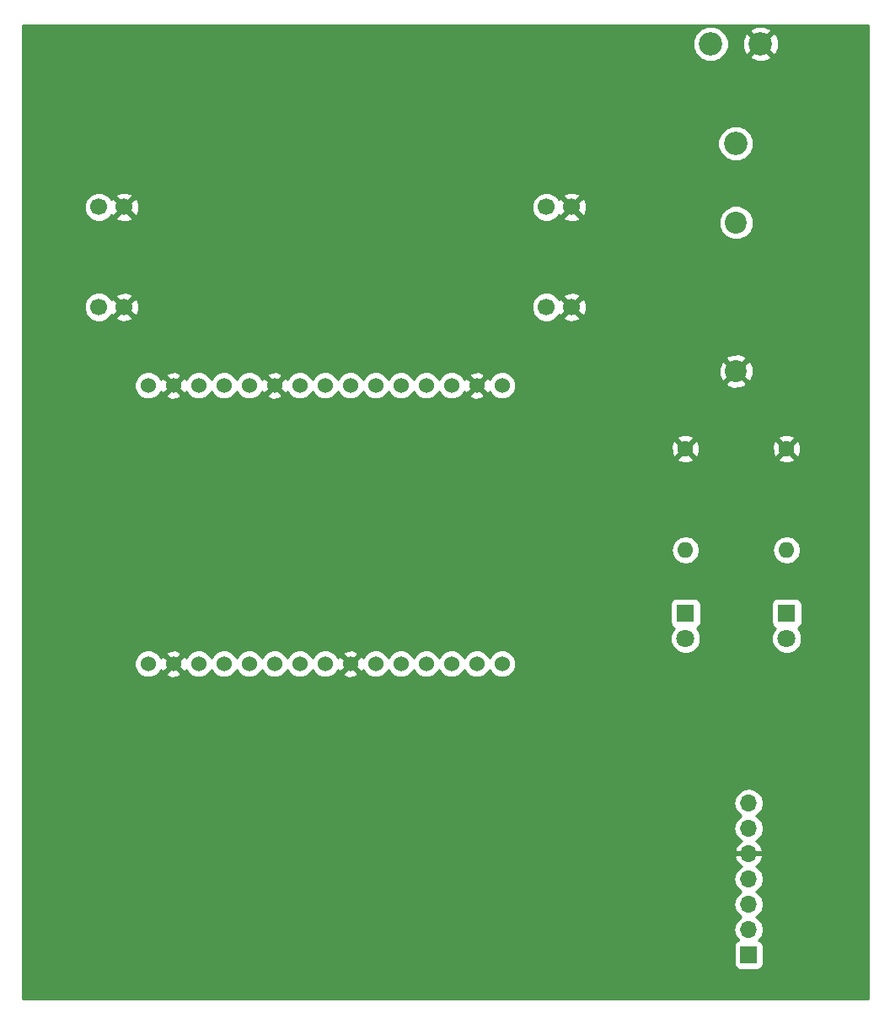
<source format=gbr>
G04 #@! TF.FileFunction,Copper,L2,Bot,Signal*
%FSLAX46Y46*%
G04 Gerber Fmt 4.6, Leading zero omitted, Abs format (unit mm)*
G04 Created by KiCad (PCBNEW 4.0.7-e2-6376~58~ubuntu16.04.1) date Mon Jan 29 12:29:23 2018*
%MOMM*%
%LPD*%
G01*
G04 APERTURE LIST*
%ADD10C,0.100000*%
%ADD11C,2.200000*%
%ADD12R,1.800000X1.800000*%
%ADD13C,1.800000*%
%ADD14R,1.700000X1.700000*%
%ADD15O,1.700000X1.700000*%
%ADD16C,1.600000*%
%ADD17O,1.600000X1.600000*%
%ADD18C,1.524000*%
%ADD19C,1.700000*%
%ADD20C,2.340000*%
%ADD21C,0.254000*%
G04 APERTURE END LIST*
D10*
D11*
X184150000Y-78910000D03*
X184150000Y-93810000D03*
D12*
X179070000Y-118110000D03*
D13*
X179070000Y-120650000D03*
D12*
X189230000Y-118110000D03*
D13*
X189230000Y-120650000D03*
D14*
X185420000Y-152400000D03*
D15*
X185420000Y-149860000D03*
X185420000Y-147320000D03*
X185420000Y-144780000D03*
X185420000Y-142240000D03*
X185420000Y-139700000D03*
X185420000Y-137160000D03*
D16*
X179070000Y-101600000D03*
D17*
X179070000Y-111760000D03*
D16*
X189230000Y-101600000D03*
D17*
X189230000Y-111760000D03*
D18*
X160655000Y-95250000D03*
X158115000Y-95250000D03*
X155575000Y-95250000D03*
X153035000Y-95250000D03*
X150495000Y-95250000D03*
X147955000Y-95250000D03*
X145415000Y-95250000D03*
X142875000Y-95250000D03*
X140335000Y-95250000D03*
X137795000Y-95250000D03*
X135255000Y-95250000D03*
X132715000Y-95250000D03*
X130175000Y-95250000D03*
X127635000Y-95250000D03*
X125095000Y-95250000D03*
X125095000Y-123190000D03*
X127635000Y-123190000D03*
X130175000Y-123190000D03*
X132715000Y-123190000D03*
X135255000Y-123190000D03*
X137795000Y-123190000D03*
X140335000Y-123190000D03*
X142875000Y-123190000D03*
X145415000Y-123190000D03*
X147955000Y-123190000D03*
X150495000Y-123190000D03*
X153035000Y-123190000D03*
X155575000Y-123190000D03*
X158115000Y-123190000D03*
X160655000Y-123190000D03*
D19*
X165100000Y-87376000D03*
X165100000Y-77343000D03*
X167640000Y-77343000D03*
X120142000Y-87376000D03*
X122682000Y-87376000D03*
X167640000Y-87376000D03*
X122682000Y-77343000D03*
X120142000Y-77343000D03*
D20*
X186610000Y-60960000D03*
X184110000Y-70960000D03*
X181610000Y-60960000D03*
D21*
G36*
X197410000Y-156770000D02*
X112470000Y-156770000D01*
X112470000Y-144780000D01*
X183905907Y-144780000D01*
X184018946Y-145348285D01*
X184340853Y-145830054D01*
X184670026Y-146050000D01*
X184340853Y-146269946D01*
X184018946Y-146751715D01*
X183905907Y-147320000D01*
X184018946Y-147888285D01*
X184340853Y-148370054D01*
X184670026Y-148590000D01*
X184340853Y-148809946D01*
X184018946Y-149291715D01*
X183905907Y-149860000D01*
X184018946Y-150428285D01*
X184340853Y-150910054D01*
X184382452Y-150937850D01*
X184334683Y-150946838D01*
X184118559Y-151085910D01*
X183973569Y-151298110D01*
X183922560Y-151550000D01*
X183922560Y-153250000D01*
X183966838Y-153485317D01*
X184105910Y-153701441D01*
X184318110Y-153846431D01*
X184570000Y-153897440D01*
X186270000Y-153897440D01*
X186505317Y-153853162D01*
X186721441Y-153714090D01*
X186866431Y-153501890D01*
X186917440Y-153250000D01*
X186917440Y-151550000D01*
X186873162Y-151314683D01*
X186734090Y-151098559D01*
X186521890Y-150953569D01*
X186454459Y-150939914D01*
X186499147Y-150910054D01*
X186821054Y-150428285D01*
X186934093Y-149860000D01*
X186821054Y-149291715D01*
X186499147Y-148809946D01*
X186169974Y-148590000D01*
X186499147Y-148370054D01*
X186821054Y-147888285D01*
X186934093Y-147320000D01*
X186821054Y-146751715D01*
X186499147Y-146269946D01*
X186169974Y-146050000D01*
X186499147Y-145830054D01*
X186821054Y-145348285D01*
X186934093Y-144780000D01*
X186821054Y-144211715D01*
X186499147Y-143729946D01*
X186158447Y-143502298D01*
X186301358Y-143435183D01*
X186691645Y-143006924D01*
X186861476Y-142596890D01*
X186740155Y-142367000D01*
X185547000Y-142367000D01*
X185547000Y-142387000D01*
X185293000Y-142387000D01*
X185293000Y-142367000D01*
X184099845Y-142367000D01*
X183978524Y-142596890D01*
X184148355Y-143006924D01*
X184538642Y-143435183D01*
X184681553Y-143502298D01*
X184340853Y-143729946D01*
X184018946Y-144211715D01*
X183905907Y-144780000D01*
X112470000Y-144780000D01*
X112470000Y-137160000D01*
X183905907Y-137160000D01*
X184018946Y-137728285D01*
X184340853Y-138210054D01*
X184670026Y-138430000D01*
X184340853Y-138649946D01*
X184018946Y-139131715D01*
X183905907Y-139700000D01*
X184018946Y-140268285D01*
X184340853Y-140750054D01*
X184681553Y-140977702D01*
X184538642Y-141044817D01*
X184148355Y-141473076D01*
X183978524Y-141883110D01*
X184099845Y-142113000D01*
X185293000Y-142113000D01*
X185293000Y-142093000D01*
X185547000Y-142093000D01*
X185547000Y-142113000D01*
X186740155Y-142113000D01*
X186861476Y-141883110D01*
X186691645Y-141473076D01*
X186301358Y-141044817D01*
X186158447Y-140977702D01*
X186499147Y-140750054D01*
X186821054Y-140268285D01*
X186934093Y-139700000D01*
X186821054Y-139131715D01*
X186499147Y-138649946D01*
X186169974Y-138430000D01*
X186499147Y-138210054D01*
X186821054Y-137728285D01*
X186934093Y-137160000D01*
X186821054Y-136591715D01*
X186499147Y-136109946D01*
X186017378Y-135788039D01*
X185449093Y-135675000D01*
X185390907Y-135675000D01*
X184822622Y-135788039D01*
X184340853Y-136109946D01*
X184018946Y-136591715D01*
X183905907Y-137160000D01*
X112470000Y-137160000D01*
X112470000Y-123466661D01*
X123697758Y-123466661D01*
X123909990Y-123980303D01*
X124302630Y-124373629D01*
X124815900Y-124586757D01*
X125371661Y-124587242D01*
X125885303Y-124375010D01*
X126090457Y-124170213D01*
X126834392Y-124170213D01*
X126903857Y-124412397D01*
X127427302Y-124599144D01*
X127982368Y-124571362D01*
X128366143Y-124412397D01*
X128435608Y-124170213D01*
X127635000Y-123369605D01*
X126834392Y-124170213D01*
X126090457Y-124170213D01*
X126278629Y-123982370D01*
X126358395Y-123790273D01*
X126412603Y-123921143D01*
X126654787Y-123990608D01*
X127455395Y-123190000D01*
X127814605Y-123190000D01*
X128615213Y-123990608D01*
X128857397Y-123921143D01*
X128907509Y-123780682D01*
X128989990Y-123980303D01*
X129382630Y-124373629D01*
X129895900Y-124586757D01*
X130451661Y-124587242D01*
X130965303Y-124375010D01*
X131358629Y-123982370D01*
X131444949Y-123774488D01*
X131529990Y-123980303D01*
X131922630Y-124373629D01*
X132435900Y-124586757D01*
X132991661Y-124587242D01*
X133505303Y-124375010D01*
X133898629Y-123982370D01*
X133984949Y-123774488D01*
X134069990Y-123980303D01*
X134462630Y-124373629D01*
X134975900Y-124586757D01*
X135531661Y-124587242D01*
X136045303Y-124375010D01*
X136438629Y-123982370D01*
X136524949Y-123774488D01*
X136609990Y-123980303D01*
X137002630Y-124373629D01*
X137515900Y-124586757D01*
X138071661Y-124587242D01*
X138585303Y-124375010D01*
X138978629Y-123982370D01*
X139064949Y-123774488D01*
X139149990Y-123980303D01*
X139542630Y-124373629D01*
X140055900Y-124586757D01*
X140611661Y-124587242D01*
X141125303Y-124375010D01*
X141518629Y-123982370D01*
X141604949Y-123774488D01*
X141689990Y-123980303D01*
X142082630Y-124373629D01*
X142595900Y-124586757D01*
X143151661Y-124587242D01*
X143665303Y-124375010D01*
X143870457Y-124170213D01*
X144614392Y-124170213D01*
X144683857Y-124412397D01*
X145207302Y-124599144D01*
X145762368Y-124571362D01*
X146146143Y-124412397D01*
X146215608Y-124170213D01*
X145415000Y-123369605D01*
X144614392Y-124170213D01*
X143870457Y-124170213D01*
X144058629Y-123982370D01*
X144138395Y-123790273D01*
X144192603Y-123921143D01*
X144434787Y-123990608D01*
X145235395Y-123190000D01*
X145594605Y-123190000D01*
X146395213Y-123990608D01*
X146637397Y-123921143D01*
X146687509Y-123780682D01*
X146769990Y-123980303D01*
X147162630Y-124373629D01*
X147675900Y-124586757D01*
X148231661Y-124587242D01*
X148745303Y-124375010D01*
X149138629Y-123982370D01*
X149224949Y-123774488D01*
X149309990Y-123980303D01*
X149702630Y-124373629D01*
X150215900Y-124586757D01*
X150771661Y-124587242D01*
X151285303Y-124375010D01*
X151678629Y-123982370D01*
X151764949Y-123774488D01*
X151849990Y-123980303D01*
X152242630Y-124373629D01*
X152755900Y-124586757D01*
X153311661Y-124587242D01*
X153825303Y-124375010D01*
X154218629Y-123982370D01*
X154304949Y-123774488D01*
X154389990Y-123980303D01*
X154782630Y-124373629D01*
X155295900Y-124586757D01*
X155851661Y-124587242D01*
X156365303Y-124375010D01*
X156758629Y-123982370D01*
X156844949Y-123774488D01*
X156929990Y-123980303D01*
X157322630Y-124373629D01*
X157835900Y-124586757D01*
X158391661Y-124587242D01*
X158905303Y-124375010D01*
X159298629Y-123982370D01*
X159384949Y-123774488D01*
X159469990Y-123980303D01*
X159862630Y-124373629D01*
X160375900Y-124586757D01*
X160931661Y-124587242D01*
X161445303Y-124375010D01*
X161838629Y-123982370D01*
X162051757Y-123469100D01*
X162052242Y-122913339D01*
X161840010Y-122399697D01*
X161447370Y-122006371D01*
X160934100Y-121793243D01*
X160378339Y-121792758D01*
X159864697Y-122004990D01*
X159471371Y-122397630D01*
X159385051Y-122605512D01*
X159300010Y-122399697D01*
X158907370Y-122006371D01*
X158394100Y-121793243D01*
X157838339Y-121792758D01*
X157324697Y-122004990D01*
X156931371Y-122397630D01*
X156845051Y-122605512D01*
X156760010Y-122399697D01*
X156367370Y-122006371D01*
X155854100Y-121793243D01*
X155298339Y-121792758D01*
X154784697Y-122004990D01*
X154391371Y-122397630D01*
X154305051Y-122605512D01*
X154220010Y-122399697D01*
X153827370Y-122006371D01*
X153314100Y-121793243D01*
X152758339Y-121792758D01*
X152244697Y-122004990D01*
X151851371Y-122397630D01*
X151765051Y-122605512D01*
X151680010Y-122399697D01*
X151287370Y-122006371D01*
X150774100Y-121793243D01*
X150218339Y-121792758D01*
X149704697Y-122004990D01*
X149311371Y-122397630D01*
X149225051Y-122605512D01*
X149140010Y-122399697D01*
X148747370Y-122006371D01*
X148234100Y-121793243D01*
X147678339Y-121792758D01*
X147164697Y-122004990D01*
X146771371Y-122397630D01*
X146691605Y-122589727D01*
X146637397Y-122458857D01*
X146395213Y-122389392D01*
X145594605Y-123190000D01*
X145235395Y-123190000D01*
X144434787Y-122389392D01*
X144192603Y-122458857D01*
X144142491Y-122599318D01*
X144060010Y-122399697D01*
X143870432Y-122209787D01*
X144614392Y-122209787D01*
X145415000Y-123010395D01*
X146215608Y-122209787D01*
X146146143Y-121967603D01*
X145622698Y-121780856D01*
X145067632Y-121808638D01*
X144683857Y-121967603D01*
X144614392Y-122209787D01*
X143870432Y-122209787D01*
X143667370Y-122006371D01*
X143154100Y-121793243D01*
X142598339Y-121792758D01*
X142084697Y-122004990D01*
X141691371Y-122397630D01*
X141605051Y-122605512D01*
X141520010Y-122399697D01*
X141127370Y-122006371D01*
X140614100Y-121793243D01*
X140058339Y-121792758D01*
X139544697Y-122004990D01*
X139151371Y-122397630D01*
X139065051Y-122605512D01*
X138980010Y-122399697D01*
X138587370Y-122006371D01*
X138074100Y-121793243D01*
X137518339Y-121792758D01*
X137004697Y-122004990D01*
X136611371Y-122397630D01*
X136525051Y-122605512D01*
X136440010Y-122399697D01*
X136047370Y-122006371D01*
X135534100Y-121793243D01*
X134978339Y-121792758D01*
X134464697Y-122004990D01*
X134071371Y-122397630D01*
X133985051Y-122605512D01*
X133900010Y-122399697D01*
X133507370Y-122006371D01*
X132994100Y-121793243D01*
X132438339Y-121792758D01*
X131924697Y-122004990D01*
X131531371Y-122397630D01*
X131445051Y-122605512D01*
X131360010Y-122399697D01*
X130967370Y-122006371D01*
X130454100Y-121793243D01*
X129898339Y-121792758D01*
X129384697Y-122004990D01*
X128991371Y-122397630D01*
X128911605Y-122589727D01*
X128857397Y-122458857D01*
X128615213Y-122389392D01*
X127814605Y-123190000D01*
X127455395Y-123190000D01*
X126654787Y-122389392D01*
X126412603Y-122458857D01*
X126362491Y-122599318D01*
X126280010Y-122399697D01*
X126090432Y-122209787D01*
X126834392Y-122209787D01*
X127635000Y-123010395D01*
X128435608Y-122209787D01*
X128366143Y-121967603D01*
X127842698Y-121780856D01*
X127287632Y-121808638D01*
X126903857Y-121967603D01*
X126834392Y-122209787D01*
X126090432Y-122209787D01*
X125887370Y-122006371D01*
X125374100Y-121793243D01*
X124818339Y-121792758D01*
X124304697Y-122004990D01*
X123911371Y-122397630D01*
X123698243Y-122910900D01*
X123697758Y-123466661D01*
X112470000Y-123466661D01*
X112470000Y-117210000D01*
X177522560Y-117210000D01*
X177522560Y-119010000D01*
X177566838Y-119245317D01*
X177705910Y-119461441D01*
X177918110Y-119606431D01*
X177938534Y-119610567D01*
X177769449Y-119779357D01*
X177535267Y-120343330D01*
X177534735Y-120953991D01*
X177767932Y-121518371D01*
X178199357Y-121950551D01*
X178763330Y-122184733D01*
X179373991Y-122185265D01*
X179938371Y-121952068D01*
X180370551Y-121520643D01*
X180604733Y-120956670D01*
X180605265Y-120346009D01*
X180372068Y-119781629D01*
X180204120Y-119613387D01*
X180205317Y-119613162D01*
X180421441Y-119474090D01*
X180566431Y-119261890D01*
X180617440Y-119010000D01*
X180617440Y-117210000D01*
X187682560Y-117210000D01*
X187682560Y-119010000D01*
X187726838Y-119245317D01*
X187865910Y-119461441D01*
X188078110Y-119606431D01*
X188098534Y-119610567D01*
X187929449Y-119779357D01*
X187695267Y-120343330D01*
X187694735Y-120953991D01*
X187927932Y-121518371D01*
X188359357Y-121950551D01*
X188923330Y-122184733D01*
X189533991Y-122185265D01*
X190098371Y-121952068D01*
X190530551Y-121520643D01*
X190764733Y-120956670D01*
X190765265Y-120346009D01*
X190532068Y-119781629D01*
X190364120Y-119613387D01*
X190365317Y-119613162D01*
X190581441Y-119474090D01*
X190726431Y-119261890D01*
X190777440Y-119010000D01*
X190777440Y-117210000D01*
X190733162Y-116974683D01*
X190594090Y-116758559D01*
X190381890Y-116613569D01*
X190130000Y-116562560D01*
X188330000Y-116562560D01*
X188094683Y-116606838D01*
X187878559Y-116745910D01*
X187733569Y-116958110D01*
X187682560Y-117210000D01*
X180617440Y-117210000D01*
X180573162Y-116974683D01*
X180434090Y-116758559D01*
X180221890Y-116613569D01*
X179970000Y-116562560D01*
X178170000Y-116562560D01*
X177934683Y-116606838D01*
X177718559Y-116745910D01*
X177573569Y-116958110D01*
X177522560Y-117210000D01*
X112470000Y-117210000D01*
X112470000Y-111731887D01*
X177635000Y-111731887D01*
X177635000Y-111788113D01*
X177744233Y-112337264D01*
X178055302Y-112802811D01*
X178520849Y-113113880D01*
X179070000Y-113223113D01*
X179619151Y-113113880D01*
X180084698Y-112802811D01*
X180395767Y-112337264D01*
X180505000Y-111788113D01*
X180505000Y-111731887D01*
X187795000Y-111731887D01*
X187795000Y-111788113D01*
X187904233Y-112337264D01*
X188215302Y-112802811D01*
X188680849Y-113113880D01*
X189230000Y-113223113D01*
X189779151Y-113113880D01*
X190244698Y-112802811D01*
X190555767Y-112337264D01*
X190665000Y-111788113D01*
X190665000Y-111731887D01*
X190555767Y-111182736D01*
X190244698Y-110717189D01*
X189779151Y-110406120D01*
X189230000Y-110296887D01*
X188680849Y-110406120D01*
X188215302Y-110717189D01*
X187904233Y-111182736D01*
X187795000Y-111731887D01*
X180505000Y-111731887D01*
X180395767Y-111182736D01*
X180084698Y-110717189D01*
X179619151Y-110406120D01*
X179070000Y-110296887D01*
X178520849Y-110406120D01*
X178055302Y-110717189D01*
X177744233Y-111182736D01*
X177635000Y-111731887D01*
X112470000Y-111731887D01*
X112470000Y-102607745D01*
X178241861Y-102607745D01*
X178315995Y-102853864D01*
X178853223Y-103046965D01*
X179423454Y-103019778D01*
X179824005Y-102853864D01*
X179898139Y-102607745D01*
X188401861Y-102607745D01*
X188475995Y-102853864D01*
X189013223Y-103046965D01*
X189583454Y-103019778D01*
X189984005Y-102853864D01*
X190058139Y-102607745D01*
X189230000Y-101779605D01*
X188401861Y-102607745D01*
X179898139Y-102607745D01*
X179070000Y-101779605D01*
X178241861Y-102607745D01*
X112470000Y-102607745D01*
X112470000Y-101383223D01*
X177623035Y-101383223D01*
X177650222Y-101953454D01*
X177816136Y-102354005D01*
X178062255Y-102428139D01*
X178890395Y-101600000D01*
X179249605Y-101600000D01*
X180077745Y-102428139D01*
X180323864Y-102354005D01*
X180516965Y-101816777D01*
X180496295Y-101383223D01*
X187783035Y-101383223D01*
X187810222Y-101953454D01*
X187976136Y-102354005D01*
X188222255Y-102428139D01*
X189050395Y-101600000D01*
X189409605Y-101600000D01*
X190237745Y-102428139D01*
X190483864Y-102354005D01*
X190676965Y-101816777D01*
X190649778Y-101246546D01*
X190483864Y-100845995D01*
X190237745Y-100771861D01*
X189409605Y-101600000D01*
X189050395Y-101600000D01*
X188222255Y-100771861D01*
X187976136Y-100845995D01*
X187783035Y-101383223D01*
X180496295Y-101383223D01*
X180489778Y-101246546D01*
X180323864Y-100845995D01*
X180077745Y-100771861D01*
X179249605Y-101600000D01*
X178890395Y-101600000D01*
X178062255Y-100771861D01*
X177816136Y-100845995D01*
X177623035Y-101383223D01*
X112470000Y-101383223D01*
X112470000Y-100592255D01*
X178241861Y-100592255D01*
X179070000Y-101420395D01*
X179898139Y-100592255D01*
X188401861Y-100592255D01*
X189230000Y-101420395D01*
X190058139Y-100592255D01*
X189984005Y-100346136D01*
X189446777Y-100153035D01*
X188876546Y-100180222D01*
X188475995Y-100346136D01*
X188401861Y-100592255D01*
X179898139Y-100592255D01*
X179824005Y-100346136D01*
X179286777Y-100153035D01*
X178716546Y-100180222D01*
X178315995Y-100346136D01*
X178241861Y-100592255D01*
X112470000Y-100592255D01*
X112470000Y-95526661D01*
X123697758Y-95526661D01*
X123909990Y-96040303D01*
X124302630Y-96433629D01*
X124815900Y-96646757D01*
X125371661Y-96647242D01*
X125885303Y-96435010D01*
X126090457Y-96230213D01*
X126834392Y-96230213D01*
X126903857Y-96472397D01*
X127427302Y-96659144D01*
X127982368Y-96631362D01*
X128366143Y-96472397D01*
X128435608Y-96230213D01*
X127635000Y-95429605D01*
X126834392Y-96230213D01*
X126090457Y-96230213D01*
X126278629Y-96042370D01*
X126358395Y-95850273D01*
X126412603Y-95981143D01*
X126654787Y-96050608D01*
X127455395Y-95250000D01*
X127814605Y-95250000D01*
X128615213Y-96050608D01*
X128857397Y-95981143D01*
X128907509Y-95840682D01*
X128989990Y-96040303D01*
X129382630Y-96433629D01*
X129895900Y-96646757D01*
X130451661Y-96647242D01*
X130965303Y-96435010D01*
X131358629Y-96042370D01*
X131444949Y-95834488D01*
X131529990Y-96040303D01*
X131922630Y-96433629D01*
X132435900Y-96646757D01*
X132991661Y-96647242D01*
X133505303Y-96435010D01*
X133898629Y-96042370D01*
X133984949Y-95834488D01*
X134069990Y-96040303D01*
X134462630Y-96433629D01*
X134975900Y-96646757D01*
X135531661Y-96647242D01*
X136045303Y-96435010D01*
X136250457Y-96230213D01*
X136994392Y-96230213D01*
X137063857Y-96472397D01*
X137587302Y-96659144D01*
X138142368Y-96631362D01*
X138526143Y-96472397D01*
X138595608Y-96230213D01*
X137795000Y-95429605D01*
X136994392Y-96230213D01*
X136250457Y-96230213D01*
X136438629Y-96042370D01*
X136518395Y-95850273D01*
X136572603Y-95981143D01*
X136814787Y-96050608D01*
X137615395Y-95250000D01*
X137974605Y-95250000D01*
X138775213Y-96050608D01*
X139017397Y-95981143D01*
X139067509Y-95840682D01*
X139149990Y-96040303D01*
X139542630Y-96433629D01*
X140055900Y-96646757D01*
X140611661Y-96647242D01*
X141125303Y-96435010D01*
X141518629Y-96042370D01*
X141604949Y-95834488D01*
X141689990Y-96040303D01*
X142082630Y-96433629D01*
X142595900Y-96646757D01*
X143151661Y-96647242D01*
X143665303Y-96435010D01*
X144058629Y-96042370D01*
X144144949Y-95834488D01*
X144229990Y-96040303D01*
X144622630Y-96433629D01*
X145135900Y-96646757D01*
X145691661Y-96647242D01*
X146205303Y-96435010D01*
X146598629Y-96042370D01*
X146684949Y-95834488D01*
X146769990Y-96040303D01*
X147162630Y-96433629D01*
X147675900Y-96646757D01*
X148231661Y-96647242D01*
X148745303Y-96435010D01*
X149138629Y-96042370D01*
X149224949Y-95834488D01*
X149309990Y-96040303D01*
X149702630Y-96433629D01*
X150215900Y-96646757D01*
X150771661Y-96647242D01*
X151285303Y-96435010D01*
X151678629Y-96042370D01*
X151764949Y-95834488D01*
X151849990Y-96040303D01*
X152242630Y-96433629D01*
X152755900Y-96646757D01*
X153311661Y-96647242D01*
X153825303Y-96435010D01*
X154218629Y-96042370D01*
X154304949Y-95834488D01*
X154389990Y-96040303D01*
X154782630Y-96433629D01*
X155295900Y-96646757D01*
X155851661Y-96647242D01*
X156365303Y-96435010D01*
X156570457Y-96230213D01*
X157314392Y-96230213D01*
X157383857Y-96472397D01*
X157907302Y-96659144D01*
X158462368Y-96631362D01*
X158846143Y-96472397D01*
X158915608Y-96230213D01*
X158115000Y-95429605D01*
X157314392Y-96230213D01*
X156570457Y-96230213D01*
X156758629Y-96042370D01*
X156838395Y-95850273D01*
X156892603Y-95981143D01*
X157134787Y-96050608D01*
X157935395Y-95250000D01*
X158294605Y-95250000D01*
X159095213Y-96050608D01*
X159337397Y-95981143D01*
X159387509Y-95840682D01*
X159469990Y-96040303D01*
X159862630Y-96433629D01*
X160375900Y-96646757D01*
X160931661Y-96647242D01*
X161445303Y-96435010D01*
X161838629Y-96042370D01*
X162051757Y-95529100D01*
X162052188Y-95034868D01*
X183104737Y-95034868D01*
X183215641Y-95312099D01*
X183861593Y-95555323D01*
X184551453Y-95532836D01*
X185084359Y-95312099D01*
X185195263Y-95034868D01*
X184150000Y-93989605D01*
X183104737Y-95034868D01*
X162052188Y-95034868D01*
X162052242Y-94973339D01*
X161840010Y-94459697D01*
X161447370Y-94066371D01*
X160934100Y-93853243D01*
X160378339Y-93852758D01*
X159864697Y-94064990D01*
X159471371Y-94457630D01*
X159391605Y-94649727D01*
X159337397Y-94518857D01*
X159095213Y-94449392D01*
X158294605Y-95250000D01*
X157935395Y-95250000D01*
X157134787Y-94449392D01*
X156892603Y-94518857D01*
X156842491Y-94659318D01*
X156760010Y-94459697D01*
X156570432Y-94269787D01*
X157314392Y-94269787D01*
X158115000Y-95070395D01*
X158915608Y-94269787D01*
X158846143Y-94027603D01*
X158322698Y-93840856D01*
X157767632Y-93868638D01*
X157383857Y-94027603D01*
X157314392Y-94269787D01*
X156570432Y-94269787D01*
X156367370Y-94066371D01*
X155854100Y-93853243D01*
X155298339Y-93852758D01*
X154784697Y-94064990D01*
X154391371Y-94457630D01*
X154305051Y-94665512D01*
X154220010Y-94459697D01*
X153827370Y-94066371D01*
X153314100Y-93853243D01*
X152758339Y-93852758D01*
X152244697Y-94064990D01*
X151851371Y-94457630D01*
X151765051Y-94665512D01*
X151680010Y-94459697D01*
X151287370Y-94066371D01*
X150774100Y-93853243D01*
X150218339Y-93852758D01*
X149704697Y-94064990D01*
X149311371Y-94457630D01*
X149225051Y-94665512D01*
X149140010Y-94459697D01*
X148747370Y-94066371D01*
X148234100Y-93853243D01*
X147678339Y-93852758D01*
X147164697Y-94064990D01*
X146771371Y-94457630D01*
X146685051Y-94665512D01*
X146600010Y-94459697D01*
X146207370Y-94066371D01*
X145694100Y-93853243D01*
X145138339Y-93852758D01*
X144624697Y-94064990D01*
X144231371Y-94457630D01*
X144145051Y-94665512D01*
X144060010Y-94459697D01*
X143667370Y-94066371D01*
X143154100Y-93853243D01*
X142598339Y-93852758D01*
X142084697Y-94064990D01*
X141691371Y-94457630D01*
X141605051Y-94665512D01*
X141520010Y-94459697D01*
X141127370Y-94066371D01*
X140614100Y-93853243D01*
X140058339Y-93852758D01*
X139544697Y-94064990D01*
X139151371Y-94457630D01*
X139071605Y-94649727D01*
X139017397Y-94518857D01*
X138775213Y-94449392D01*
X137974605Y-95250000D01*
X137615395Y-95250000D01*
X136814787Y-94449392D01*
X136572603Y-94518857D01*
X136522491Y-94659318D01*
X136440010Y-94459697D01*
X136250432Y-94269787D01*
X136994392Y-94269787D01*
X137795000Y-95070395D01*
X138595608Y-94269787D01*
X138526143Y-94027603D01*
X138002698Y-93840856D01*
X137447632Y-93868638D01*
X137063857Y-94027603D01*
X136994392Y-94269787D01*
X136250432Y-94269787D01*
X136047370Y-94066371D01*
X135534100Y-93853243D01*
X134978339Y-93852758D01*
X134464697Y-94064990D01*
X134071371Y-94457630D01*
X133985051Y-94665512D01*
X133900010Y-94459697D01*
X133507370Y-94066371D01*
X132994100Y-93853243D01*
X132438339Y-93852758D01*
X131924697Y-94064990D01*
X131531371Y-94457630D01*
X131445051Y-94665512D01*
X131360010Y-94459697D01*
X130967370Y-94066371D01*
X130454100Y-93853243D01*
X129898339Y-93852758D01*
X129384697Y-94064990D01*
X128991371Y-94457630D01*
X128911605Y-94649727D01*
X128857397Y-94518857D01*
X128615213Y-94449392D01*
X127814605Y-95250000D01*
X127455395Y-95250000D01*
X126654787Y-94449392D01*
X126412603Y-94518857D01*
X126362491Y-94659318D01*
X126280010Y-94459697D01*
X126090432Y-94269787D01*
X126834392Y-94269787D01*
X127635000Y-95070395D01*
X128435608Y-94269787D01*
X128366143Y-94027603D01*
X127842698Y-93840856D01*
X127287632Y-93868638D01*
X126903857Y-94027603D01*
X126834392Y-94269787D01*
X126090432Y-94269787D01*
X125887370Y-94066371D01*
X125374100Y-93853243D01*
X124818339Y-93852758D01*
X124304697Y-94064990D01*
X123911371Y-94457630D01*
X123698243Y-94970900D01*
X123697758Y-95526661D01*
X112470000Y-95526661D01*
X112470000Y-93521593D01*
X182404677Y-93521593D01*
X182427164Y-94211453D01*
X182647901Y-94744359D01*
X182925132Y-94855263D01*
X183970395Y-93810000D01*
X184329605Y-93810000D01*
X185374868Y-94855263D01*
X185652099Y-94744359D01*
X185895323Y-94098407D01*
X185872836Y-93408547D01*
X185652099Y-92875641D01*
X185374868Y-92764737D01*
X184329605Y-93810000D01*
X183970395Y-93810000D01*
X182925132Y-92764737D01*
X182647901Y-92875641D01*
X182404677Y-93521593D01*
X112470000Y-93521593D01*
X112470000Y-92585132D01*
X183104737Y-92585132D01*
X184150000Y-93630395D01*
X185195263Y-92585132D01*
X185084359Y-92307901D01*
X184438407Y-92064677D01*
X183748547Y-92087164D01*
X183215641Y-92307901D01*
X183104737Y-92585132D01*
X112470000Y-92585132D01*
X112470000Y-87670089D01*
X118656743Y-87670089D01*
X118882344Y-88216086D01*
X119299717Y-88634188D01*
X119845319Y-88860742D01*
X120436089Y-88861257D01*
X120982086Y-88635656D01*
X121198160Y-88419958D01*
X121817647Y-88419958D01*
X121897920Y-88671259D01*
X122453279Y-88872718D01*
X123043458Y-88846315D01*
X123466080Y-88671259D01*
X123546353Y-88419958D01*
X122682000Y-87555605D01*
X121817647Y-88419958D01*
X121198160Y-88419958D01*
X121400188Y-88218283D01*
X121419951Y-88170688D01*
X121638042Y-88240353D01*
X122502395Y-87376000D01*
X122861605Y-87376000D01*
X123725958Y-88240353D01*
X123977259Y-88160080D01*
X124155005Y-87670089D01*
X163614743Y-87670089D01*
X163840344Y-88216086D01*
X164257717Y-88634188D01*
X164803319Y-88860742D01*
X165394089Y-88861257D01*
X165940086Y-88635656D01*
X166156160Y-88419958D01*
X166775647Y-88419958D01*
X166855920Y-88671259D01*
X167411279Y-88872718D01*
X168001458Y-88846315D01*
X168424080Y-88671259D01*
X168504353Y-88419958D01*
X167640000Y-87555605D01*
X166775647Y-88419958D01*
X166156160Y-88419958D01*
X166358188Y-88218283D01*
X166377951Y-88170688D01*
X166596042Y-88240353D01*
X167460395Y-87376000D01*
X167819605Y-87376000D01*
X168683958Y-88240353D01*
X168935259Y-88160080D01*
X169136718Y-87604721D01*
X169110315Y-87014542D01*
X168935259Y-86591920D01*
X168683958Y-86511647D01*
X167819605Y-87376000D01*
X167460395Y-87376000D01*
X166596042Y-86511647D01*
X166378360Y-86581181D01*
X166359656Y-86535914D01*
X166156140Y-86332042D01*
X166775647Y-86332042D01*
X167640000Y-87196395D01*
X168504353Y-86332042D01*
X168424080Y-86080741D01*
X167868721Y-85879282D01*
X167278542Y-85905685D01*
X166855920Y-86080741D01*
X166775647Y-86332042D01*
X166156140Y-86332042D01*
X165942283Y-86117812D01*
X165396681Y-85891258D01*
X164805911Y-85890743D01*
X164259914Y-86116344D01*
X163841812Y-86533717D01*
X163615258Y-87079319D01*
X163614743Y-87670089D01*
X124155005Y-87670089D01*
X124178718Y-87604721D01*
X124152315Y-87014542D01*
X123977259Y-86591920D01*
X123725958Y-86511647D01*
X122861605Y-87376000D01*
X122502395Y-87376000D01*
X121638042Y-86511647D01*
X121420360Y-86581181D01*
X121401656Y-86535914D01*
X121198140Y-86332042D01*
X121817647Y-86332042D01*
X122682000Y-87196395D01*
X123546353Y-86332042D01*
X123466080Y-86080741D01*
X122910721Y-85879282D01*
X122320542Y-85905685D01*
X121897920Y-86080741D01*
X121817647Y-86332042D01*
X121198140Y-86332042D01*
X120984283Y-86117812D01*
X120438681Y-85891258D01*
X119847911Y-85890743D01*
X119301914Y-86116344D01*
X118883812Y-86533717D01*
X118657258Y-87079319D01*
X118656743Y-87670089D01*
X112470000Y-87670089D01*
X112470000Y-79253599D01*
X182414699Y-79253599D01*
X182678281Y-79891515D01*
X183165918Y-80380004D01*
X183803373Y-80644699D01*
X184493599Y-80645301D01*
X185131515Y-80381719D01*
X185620004Y-79894082D01*
X185884699Y-79256627D01*
X185885301Y-78566401D01*
X185621719Y-77928485D01*
X185134082Y-77439996D01*
X184496627Y-77175301D01*
X183806401Y-77174699D01*
X183168485Y-77438281D01*
X182679996Y-77925918D01*
X182415301Y-78563373D01*
X182414699Y-79253599D01*
X112470000Y-79253599D01*
X112470000Y-77637089D01*
X118656743Y-77637089D01*
X118882344Y-78183086D01*
X119299717Y-78601188D01*
X119845319Y-78827742D01*
X120436089Y-78828257D01*
X120982086Y-78602656D01*
X121198160Y-78386958D01*
X121817647Y-78386958D01*
X121897920Y-78638259D01*
X122453279Y-78839718D01*
X123043458Y-78813315D01*
X123466080Y-78638259D01*
X123546353Y-78386958D01*
X122682000Y-77522605D01*
X121817647Y-78386958D01*
X121198160Y-78386958D01*
X121400188Y-78185283D01*
X121419951Y-78137688D01*
X121638042Y-78207353D01*
X122502395Y-77343000D01*
X122861605Y-77343000D01*
X123725958Y-78207353D01*
X123977259Y-78127080D01*
X124155005Y-77637089D01*
X163614743Y-77637089D01*
X163840344Y-78183086D01*
X164257717Y-78601188D01*
X164803319Y-78827742D01*
X165394089Y-78828257D01*
X165940086Y-78602656D01*
X166156160Y-78386958D01*
X166775647Y-78386958D01*
X166855920Y-78638259D01*
X167411279Y-78839718D01*
X168001458Y-78813315D01*
X168424080Y-78638259D01*
X168504353Y-78386958D01*
X167640000Y-77522605D01*
X166775647Y-78386958D01*
X166156160Y-78386958D01*
X166358188Y-78185283D01*
X166377951Y-78137688D01*
X166596042Y-78207353D01*
X167460395Y-77343000D01*
X167819605Y-77343000D01*
X168683958Y-78207353D01*
X168935259Y-78127080D01*
X169136718Y-77571721D01*
X169110315Y-76981542D01*
X168935259Y-76558920D01*
X168683958Y-76478647D01*
X167819605Y-77343000D01*
X167460395Y-77343000D01*
X166596042Y-76478647D01*
X166378360Y-76548181D01*
X166359656Y-76502914D01*
X166156140Y-76299042D01*
X166775647Y-76299042D01*
X167640000Y-77163395D01*
X168504353Y-76299042D01*
X168424080Y-76047741D01*
X167868721Y-75846282D01*
X167278542Y-75872685D01*
X166855920Y-76047741D01*
X166775647Y-76299042D01*
X166156140Y-76299042D01*
X165942283Y-76084812D01*
X165396681Y-75858258D01*
X164805911Y-75857743D01*
X164259914Y-76083344D01*
X163841812Y-76500717D01*
X163615258Y-77046319D01*
X163614743Y-77637089D01*
X124155005Y-77637089D01*
X124178718Y-77571721D01*
X124152315Y-76981542D01*
X123977259Y-76558920D01*
X123725958Y-76478647D01*
X122861605Y-77343000D01*
X122502395Y-77343000D01*
X121638042Y-76478647D01*
X121420360Y-76548181D01*
X121401656Y-76502914D01*
X121198140Y-76299042D01*
X121817647Y-76299042D01*
X122682000Y-77163395D01*
X123546353Y-76299042D01*
X123466080Y-76047741D01*
X122910721Y-75846282D01*
X122320542Y-75872685D01*
X121897920Y-76047741D01*
X121817647Y-76299042D01*
X121198140Y-76299042D01*
X120984283Y-76084812D01*
X120438681Y-75858258D01*
X119847911Y-75857743D01*
X119301914Y-76083344D01*
X118883812Y-76500717D01*
X118657258Y-77046319D01*
X118656743Y-77637089D01*
X112470000Y-77637089D01*
X112470000Y-71317462D01*
X182304687Y-71317462D01*
X182578903Y-71981115D01*
X183086215Y-72489312D01*
X183749388Y-72764686D01*
X184467462Y-72765313D01*
X185131115Y-72491097D01*
X185639312Y-71983785D01*
X185914686Y-71320612D01*
X185915313Y-70602538D01*
X185641097Y-69938885D01*
X185133785Y-69430688D01*
X184470612Y-69155314D01*
X183752538Y-69154687D01*
X183088885Y-69428903D01*
X182580688Y-69936215D01*
X182305314Y-70599388D01*
X182304687Y-71317462D01*
X112470000Y-71317462D01*
X112470000Y-61317462D01*
X179804687Y-61317462D01*
X180078903Y-61981115D01*
X180586215Y-62489312D01*
X181249388Y-62764686D01*
X181967462Y-62765313D01*
X182631115Y-62491097D01*
X182887171Y-62235486D01*
X185514120Y-62235486D01*
X185633586Y-62519984D01*
X186304890Y-62774894D01*
X187022646Y-62753504D01*
X187586414Y-62519984D01*
X187705880Y-62235486D01*
X186610000Y-61139605D01*
X185514120Y-62235486D01*
X182887171Y-62235486D01*
X183139312Y-61983785D01*
X183414686Y-61320612D01*
X183415267Y-60654890D01*
X184795106Y-60654890D01*
X184816496Y-61372646D01*
X185050016Y-61936414D01*
X185334514Y-62055880D01*
X186430395Y-60960000D01*
X186789605Y-60960000D01*
X187885486Y-62055880D01*
X188169984Y-61936414D01*
X188424894Y-61265110D01*
X188403504Y-60547354D01*
X188169984Y-59983586D01*
X187885486Y-59864120D01*
X186789605Y-60960000D01*
X186430395Y-60960000D01*
X185334514Y-59864120D01*
X185050016Y-59983586D01*
X184795106Y-60654890D01*
X183415267Y-60654890D01*
X183415313Y-60602538D01*
X183141097Y-59938885D01*
X182887169Y-59684514D01*
X185514120Y-59684514D01*
X186610000Y-60780395D01*
X187705880Y-59684514D01*
X187586414Y-59400016D01*
X186915110Y-59145106D01*
X186197354Y-59166496D01*
X185633586Y-59400016D01*
X185514120Y-59684514D01*
X182887169Y-59684514D01*
X182633785Y-59430688D01*
X181970612Y-59155314D01*
X181252538Y-59154687D01*
X180588885Y-59428903D01*
X180080688Y-59936215D01*
X179805314Y-60599388D01*
X179804687Y-61317462D01*
X112470000Y-61317462D01*
X112470000Y-59130000D01*
X197410000Y-59130000D01*
X197410000Y-156770000D01*
X197410000Y-156770000D01*
G37*
X197410000Y-156770000D02*
X112470000Y-156770000D01*
X112470000Y-144780000D01*
X183905907Y-144780000D01*
X184018946Y-145348285D01*
X184340853Y-145830054D01*
X184670026Y-146050000D01*
X184340853Y-146269946D01*
X184018946Y-146751715D01*
X183905907Y-147320000D01*
X184018946Y-147888285D01*
X184340853Y-148370054D01*
X184670026Y-148590000D01*
X184340853Y-148809946D01*
X184018946Y-149291715D01*
X183905907Y-149860000D01*
X184018946Y-150428285D01*
X184340853Y-150910054D01*
X184382452Y-150937850D01*
X184334683Y-150946838D01*
X184118559Y-151085910D01*
X183973569Y-151298110D01*
X183922560Y-151550000D01*
X183922560Y-153250000D01*
X183966838Y-153485317D01*
X184105910Y-153701441D01*
X184318110Y-153846431D01*
X184570000Y-153897440D01*
X186270000Y-153897440D01*
X186505317Y-153853162D01*
X186721441Y-153714090D01*
X186866431Y-153501890D01*
X186917440Y-153250000D01*
X186917440Y-151550000D01*
X186873162Y-151314683D01*
X186734090Y-151098559D01*
X186521890Y-150953569D01*
X186454459Y-150939914D01*
X186499147Y-150910054D01*
X186821054Y-150428285D01*
X186934093Y-149860000D01*
X186821054Y-149291715D01*
X186499147Y-148809946D01*
X186169974Y-148590000D01*
X186499147Y-148370054D01*
X186821054Y-147888285D01*
X186934093Y-147320000D01*
X186821054Y-146751715D01*
X186499147Y-146269946D01*
X186169974Y-146050000D01*
X186499147Y-145830054D01*
X186821054Y-145348285D01*
X186934093Y-144780000D01*
X186821054Y-144211715D01*
X186499147Y-143729946D01*
X186158447Y-143502298D01*
X186301358Y-143435183D01*
X186691645Y-143006924D01*
X186861476Y-142596890D01*
X186740155Y-142367000D01*
X185547000Y-142367000D01*
X185547000Y-142387000D01*
X185293000Y-142387000D01*
X185293000Y-142367000D01*
X184099845Y-142367000D01*
X183978524Y-142596890D01*
X184148355Y-143006924D01*
X184538642Y-143435183D01*
X184681553Y-143502298D01*
X184340853Y-143729946D01*
X184018946Y-144211715D01*
X183905907Y-144780000D01*
X112470000Y-144780000D01*
X112470000Y-137160000D01*
X183905907Y-137160000D01*
X184018946Y-137728285D01*
X184340853Y-138210054D01*
X184670026Y-138430000D01*
X184340853Y-138649946D01*
X184018946Y-139131715D01*
X183905907Y-139700000D01*
X184018946Y-140268285D01*
X184340853Y-140750054D01*
X184681553Y-140977702D01*
X184538642Y-141044817D01*
X184148355Y-141473076D01*
X183978524Y-141883110D01*
X184099845Y-142113000D01*
X185293000Y-142113000D01*
X185293000Y-142093000D01*
X185547000Y-142093000D01*
X185547000Y-142113000D01*
X186740155Y-142113000D01*
X186861476Y-141883110D01*
X186691645Y-141473076D01*
X186301358Y-141044817D01*
X186158447Y-140977702D01*
X186499147Y-140750054D01*
X186821054Y-140268285D01*
X186934093Y-139700000D01*
X186821054Y-139131715D01*
X186499147Y-138649946D01*
X186169974Y-138430000D01*
X186499147Y-138210054D01*
X186821054Y-137728285D01*
X186934093Y-137160000D01*
X186821054Y-136591715D01*
X186499147Y-136109946D01*
X186017378Y-135788039D01*
X185449093Y-135675000D01*
X185390907Y-135675000D01*
X184822622Y-135788039D01*
X184340853Y-136109946D01*
X184018946Y-136591715D01*
X183905907Y-137160000D01*
X112470000Y-137160000D01*
X112470000Y-123466661D01*
X123697758Y-123466661D01*
X123909990Y-123980303D01*
X124302630Y-124373629D01*
X124815900Y-124586757D01*
X125371661Y-124587242D01*
X125885303Y-124375010D01*
X126090457Y-124170213D01*
X126834392Y-124170213D01*
X126903857Y-124412397D01*
X127427302Y-124599144D01*
X127982368Y-124571362D01*
X128366143Y-124412397D01*
X128435608Y-124170213D01*
X127635000Y-123369605D01*
X126834392Y-124170213D01*
X126090457Y-124170213D01*
X126278629Y-123982370D01*
X126358395Y-123790273D01*
X126412603Y-123921143D01*
X126654787Y-123990608D01*
X127455395Y-123190000D01*
X127814605Y-123190000D01*
X128615213Y-123990608D01*
X128857397Y-123921143D01*
X128907509Y-123780682D01*
X128989990Y-123980303D01*
X129382630Y-124373629D01*
X129895900Y-124586757D01*
X130451661Y-124587242D01*
X130965303Y-124375010D01*
X131358629Y-123982370D01*
X131444949Y-123774488D01*
X131529990Y-123980303D01*
X131922630Y-124373629D01*
X132435900Y-124586757D01*
X132991661Y-124587242D01*
X133505303Y-124375010D01*
X133898629Y-123982370D01*
X133984949Y-123774488D01*
X134069990Y-123980303D01*
X134462630Y-124373629D01*
X134975900Y-124586757D01*
X135531661Y-124587242D01*
X136045303Y-124375010D01*
X136438629Y-123982370D01*
X136524949Y-123774488D01*
X136609990Y-123980303D01*
X137002630Y-124373629D01*
X137515900Y-124586757D01*
X138071661Y-124587242D01*
X138585303Y-124375010D01*
X138978629Y-123982370D01*
X139064949Y-123774488D01*
X139149990Y-123980303D01*
X139542630Y-124373629D01*
X140055900Y-124586757D01*
X140611661Y-124587242D01*
X141125303Y-124375010D01*
X141518629Y-123982370D01*
X141604949Y-123774488D01*
X141689990Y-123980303D01*
X142082630Y-124373629D01*
X142595900Y-124586757D01*
X143151661Y-124587242D01*
X143665303Y-124375010D01*
X143870457Y-124170213D01*
X144614392Y-124170213D01*
X144683857Y-124412397D01*
X145207302Y-124599144D01*
X145762368Y-124571362D01*
X146146143Y-124412397D01*
X146215608Y-124170213D01*
X145415000Y-123369605D01*
X144614392Y-124170213D01*
X143870457Y-124170213D01*
X144058629Y-123982370D01*
X144138395Y-123790273D01*
X144192603Y-123921143D01*
X144434787Y-123990608D01*
X145235395Y-123190000D01*
X145594605Y-123190000D01*
X146395213Y-123990608D01*
X146637397Y-123921143D01*
X146687509Y-123780682D01*
X146769990Y-123980303D01*
X147162630Y-124373629D01*
X147675900Y-124586757D01*
X148231661Y-124587242D01*
X148745303Y-124375010D01*
X149138629Y-123982370D01*
X149224949Y-123774488D01*
X149309990Y-123980303D01*
X149702630Y-124373629D01*
X150215900Y-124586757D01*
X150771661Y-124587242D01*
X151285303Y-124375010D01*
X151678629Y-123982370D01*
X151764949Y-123774488D01*
X151849990Y-123980303D01*
X152242630Y-124373629D01*
X152755900Y-124586757D01*
X153311661Y-124587242D01*
X153825303Y-124375010D01*
X154218629Y-123982370D01*
X154304949Y-123774488D01*
X154389990Y-123980303D01*
X154782630Y-124373629D01*
X155295900Y-124586757D01*
X155851661Y-124587242D01*
X156365303Y-124375010D01*
X156758629Y-123982370D01*
X156844949Y-123774488D01*
X156929990Y-123980303D01*
X157322630Y-124373629D01*
X157835900Y-124586757D01*
X158391661Y-124587242D01*
X158905303Y-124375010D01*
X159298629Y-123982370D01*
X159384949Y-123774488D01*
X159469990Y-123980303D01*
X159862630Y-124373629D01*
X160375900Y-124586757D01*
X160931661Y-124587242D01*
X161445303Y-124375010D01*
X161838629Y-123982370D01*
X162051757Y-123469100D01*
X162052242Y-122913339D01*
X161840010Y-122399697D01*
X161447370Y-122006371D01*
X160934100Y-121793243D01*
X160378339Y-121792758D01*
X159864697Y-122004990D01*
X159471371Y-122397630D01*
X159385051Y-122605512D01*
X159300010Y-122399697D01*
X158907370Y-122006371D01*
X158394100Y-121793243D01*
X157838339Y-121792758D01*
X157324697Y-122004990D01*
X156931371Y-122397630D01*
X156845051Y-122605512D01*
X156760010Y-122399697D01*
X156367370Y-122006371D01*
X155854100Y-121793243D01*
X155298339Y-121792758D01*
X154784697Y-122004990D01*
X154391371Y-122397630D01*
X154305051Y-122605512D01*
X154220010Y-122399697D01*
X153827370Y-122006371D01*
X153314100Y-121793243D01*
X152758339Y-121792758D01*
X152244697Y-122004990D01*
X151851371Y-122397630D01*
X151765051Y-122605512D01*
X151680010Y-122399697D01*
X151287370Y-122006371D01*
X150774100Y-121793243D01*
X150218339Y-121792758D01*
X149704697Y-122004990D01*
X149311371Y-122397630D01*
X149225051Y-122605512D01*
X149140010Y-122399697D01*
X148747370Y-122006371D01*
X148234100Y-121793243D01*
X147678339Y-121792758D01*
X147164697Y-122004990D01*
X146771371Y-122397630D01*
X146691605Y-122589727D01*
X146637397Y-122458857D01*
X146395213Y-122389392D01*
X145594605Y-123190000D01*
X145235395Y-123190000D01*
X144434787Y-122389392D01*
X144192603Y-122458857D01*
X144142491Y-122599318D01*
X144060010Y-122399697D01*
X143870432Y-122209787D01*
X144614392Y-122209787D01*
X145415000Y-123010395D01*
X146215608Y-122209787D01*
X146146143Y-121967603D01*
X145622698Y-121780856D01*
X145067632Y-121808638D01*
X144683857Y-121967603D01*
X144614392Y-122209787D01*
X143870432Y-122209787D01*
X143667370Y-122006371D01*
X143154100Y-121793243D01*
X142598339Y-121792758D01*
X142084697Y-122004990D01*
X141691371Y-122397630D01*
X141605051Y-122605512D01*
X141520010Y-122399697D01*
X141127370Y-122006371D01*
X140614100Y-121793243D01*
X140058339Y-121792758D01*
X139544697Y-122004990D01*
X139151371Y-122397630D01*
X139065051Y-122605512D01*
X138980010Y-122399697D01*
X138587370Y-122006371D01*
X138074100Y-121793243D01*
X137518339Y-121792758D01*
X137004697Y-122004990D01*
X136611371Y-122397630D01*
X136525051Y-122605512D01*
X136440010Y-122399697D01*
X136047370Y-122006371D01*
X135534100Y-121793243D01*
X134978339Y-121792758D01*
X134464697Y-122004990D01*
X134071371Y-122397630D01*
X133985051Y-122605512D01*
X133900010Y-122399697D01*
X133507370Y-122006371D01*
X132994100Y-121793243D01*
X132438339Y-121792758D01*
X131924697Y-122004990D01*
X131531371Y-122397630D01*
X131445051Y-122605512D01*
X131360010Y-122399697D01*
X130967370Y-122006371D01*
X130454100Y-121793243D01*
X129898339Y-121792758D01*
X129384697Y-122004990D01*
X128991371Y-122397630D01*
X128911605Y-122589727D01*
X128857397Y-122458857D01*
X128615213Y-122389392D01*
X127814605Y-123190000D01*
X127455395Y-123190000D01*
X126654787Y-122389392D01*
X126412603Y-122458857D01*
X126362491Y-122599318D01*
X126280010Y-122399697D01*
X126090432Y-122209787D01*
X126834392Y-122209787D01*
X127635000Y-123010395D01*
X128435608Y-122209787D01*
X128366143Y-121967603D01*
X127842698Y-121780856D01*
X127287632Y-121808638D01*
X126903857Y-121967603D01*
X126834392Y-122209787D01*
X126090432Y-122209787D01*
X125887370Y-122006371D01*
X125374100Y-121793243D01*
X124818339Y-121792758D01*
X124304697Y-122004990D01*
X123911371Y-122397630D01*
X123698243Y-122910900D01*
X123697758Y-123466661D01*
X112470000Y-123466661D01*
X112470000Y-117210000D01*
X177522560Y-117210000D01*
X177522560Y-119010000D01*
X177566838Y-119245317D01*
X177705910Y-119461441D01*
X177918110Y-119606431D01*
X177938534Y-119610567D01*
X177769449Y-119779357D01*
X177535267Y-120343330D01*
X177534735Y-120953991D01*
X177767932Y-121518371D01*
X178199357Y-121950551D01*
X178763330Y-122184733D01*
X179373991Y-122185265D01*
X179938371Y-121952068D01*
X180370551Y-121520643D01*
X180604733Y-120956670D01*
X180605265Y-120346009D01*
X180372068Y-119781629D01*
X180204120Y-119613387D01*
X180205317Y-119613162D01*
X180421441Y-119474090D01*
X180566431Y-119261890D01*
X180617440Y-119010000D01*
X180617440Y-117210000D01*
X187682560Y-117210000D01*
X187682560Y-119010000D01*
X187726838Y-119245317D01*
X187865910Y-119461441D01*
X188078110Y-119606431D01*
X188098534Y-119610567D01*
X187929449Y-119779357D01*
X187695267Y-120343330D01*
X187694735Y-120953991D01*
X187927932Y-121518371D01*
X188359357Y-121950551D01*
X188923330Y-122184733D01*
X189533991Y-122185265D01*
X190098371Y-121952068D01*
X190530551Y-121520643D01*
X190764733Y-120956670D01*
X190765265Y-120346009D01*
X190532068Y-119781629D01*
X190364120Y-119613387D01*
X190365317Y-119613162D01*
X190581441Y-119474090D01*
X190726431Y-119261890D01*
X190777440Y-119010000D01*
X190777440Y-117210000D01*
X190733162Y-116974683D01*
X190594090Y-116758559D01*
X190381890Y-116613569D01*
X190130000Y-116562560D01*
X188330000Y-116562560D01*
X188094683Y-116606838D01*
X187878559Y-116745910D01*
X187733569Y-116958110D01*
X187682560Y-117210000D01*
X180617440Y-117210000D01*
X180573162Y-116974683D01*
X180434090Y-116758559D01*
X180221890Y-116613569D01*
X179970000Y-116562560D01*
X178170000Y-116562560D01*
X177934683Y-116606838D01*
X177718559Y-116745910D01*
X177573569Y-116958110D01*
X177522560Y-117210000D01*
X112470000Y-117210000D01*
X112470000Y-111731887D01*
X177635000Y-111731887D01*
X177635000Y-111788113D01*
X177744233Y-112337264D01*
X178055302Y-112802811D01*
X178520849Y-113113880D01*
X179070000Y-113223113D01*
X179619151Y-113113880D01*
X180084698Y-112802811D01*
X180395767Y-112337264D01*
X180505000Y-111788113D01*
X180505000Y-111731887D01*
X187795000Y-111731887D01*
X187795000Y-111788113D01*
X187904233Y-112337264D01*
X188215302Y-112802811D01*
X188680849Y-113113880D01*
X189230000Y-113223113D01*
X189779151Y-113113880D01*
X190244698Y-112802811D01*
X190555767Y-112337264D01*
X190665000Y-111788113D01*
X190665000Y-111731887D01*
X190555767Y-111182736D01*
X190244698Y-110717189D01*
X189779151Y-110406120D01*
X189230000Y-110296887D01*
X188680849Y-110406120D01*
X188215302Y-110717189D01*
X187904233Y-111182736D01*
X187795000Y-111731887D01*
X180505000Y-111731887D01*
X180395767Y-111182736D01*
X180084698Y-110717189D01*
X179619151Y-110406120D01*
X179070000Y-110296887D01*
X178520849Y-110406120D01*
X178055302Y-110717189D01*
X177744233Y-111182736D01*
X177635000Y-111731887D01*
X112470000Y-111731887D01*
X112470000Y-102607745D01*
X178241861Y-102607745D01*
X178315995Y-102853864D01*
X178853223Y-103046965D01*
X179423454Y-103019778D01*
X179824005Y-102853864D01*
X179898139Y-102607745D01*
X188401861Y-102607745D01*
X188475995Y-102853864D01*
X189013223Y-103046965D01*
X189583454Y-103019778D01*
X189984005Y-102853864D01*
X190058139Y-102607745D01*
X189230000Y-101779605D01*
X188401861Y-102607745D01*
X179898139Y-102607745D01*
X179070000Y-101779605D01*
X178241861Y-102607745D01*
X112470000Y-102607745D01*
X112470000Y-101383223D01*
X177623035Y-101383223D01*
X177650222Y-101953454D01*
X177816136Y-102354005D01*
X178062255Y-102428139D01*
X178890395Y-101600000D01*
X179249605Y-101600000D01*
X180077745Y-102428139D01*
X180323864Y-102354005D01*
X180516965Y-101816777D01*
X180496295Y-101383223D01*
X187783035Y-101383223D01*
X187810222Y-101953454D01*
X187976136Y-102354005D01*
X188222255Y-102428139D01*
X189050395Y-101600000D01*
X189409605Y-101600000D01*
X190237745Y-102428139D01*
X190483864Y-102354005D01*
X190676965Y-101816777D01*
X190649778Y-101246546D01*
X190483864Y-100845995D01*
X190237745Y-100771861D01*
X189409605Y-101600000D01*
X189050395Y-101600000D01*
X188222255Y-100771861D01*
X187976136Y-100845995D01*
X187783035Y-101383223D01*
X180496295Y-101383223D01*
X180489778Y-101246546D01*
X180323864Y-100845995D01*
X180077745Y-100771861D01*
X179249605Y-101600000D01*
X178890395Y-101600000D01*
X178062255Y-100771861D01*
X177816136Y-100845995D01*
X177623035Y-101383223D01*
X112470000Y-101383223D01*
X112470000Y-100592255D01*
X178241861Y-100592255D01*
X179070000Y-101420395D01*
X179898139Y-100592255D01*
X188401861Y-100592255D01*
X189230000Y-101420395D01*
X190058139Y-100592255D01*
X189984005Y-100346136D01*
X189446777Y-100153035D01*
X188876546Y-100180222D01*
X188475995Y-100346136D01*
X188401861Y-100592255D01*
X179898139Y-100592255D01*
X179824005Y-100346136D01*
X179286777Y-100153035D01*
X178716546Y-100180222D01*
X178315995Y-100346136D01*
X178241861Y-100592255D01*
X112470000Y-100592255D01*
X112470000Y-95526661D01*
X123697758Y-95526661D01*
X123909990Y-96040303D01*
X124302630Y-96433629D01*
X124815900Y-96646757D01*
X125371661Y-96647242D01*
X125885303Y-96435010D01*
X126090457Y-96230213D01*
X126834392Y-96230213D01*
X126903857Y-96472397D01*
X127427302Y-96659144D01*
X127982368Y-96631362D01*
X128366143Y-96472397D01*
X128435608Y-96230213D01*
X127635000Y-95429605D01*
X126834392Y-96230213D01*
X126090457Y-96230213D01*
X126278629Y-96042370D01*
X126358395Y-95850273D01*
X126412603Y-95981143D01*
X126654787Y-96050608D01*
X127455395Y-95250000D01*
X127814605Y-95250000D01*
X128615213Y-96050608D01*
X128857397Y-95981143D01*
X128907509Y-95840682D01*
X128989990Y-96040303D01*
X129382630Y-96433629D01*
X129895900Y-96646757D01*
X130451661Y-96647242D01*
X130965303Y-96435010D01*
X131358629Y-96042370D01*
X131444949Y-95834488D01*
X131529990Y-96040303D01*
X131922630Y-96433629D01*
X132435900Y-96646757D01*
X132991661Y-96647242D01*
X133505303Y-96435010D01*
X133898629Y-96042370D01*
X133984949Y-95834488D01*
X134069990Y-96040303D01*
X134462630Y-96433629D01*
X134975900Y-96646757D01*
X135531661Y-96647242D01*
X136045303Y-96435010D01*
X136250457Y-96230213D01*
X136994392Y-96230213D01*
X137063857Y-96472397D01*
X137587302Y-96659144D01*
X138142368Y-96631362D01*
X138526143Y-96472397D01*
X138595608Y-96230213D01*
X137795000Y-95429605D01*
X136994392Y-96230213D01*
X136250457Y-96230213D01*
X136438629Y-96042370D01*
X136518395Y-95850273D01*
X136572603Y-95981143D01*
X136814787Y-96050608D01*
X137615395Y-95250000D01*
X137974605Y-95250000D01*
X138775213Y-96050608D01*
X139017397Y-95981143D01*
X139067509Y-95840682D01*
X139149990Y-96040303D01*
X139542630Y-96433629D01*
X140055900Y-96646757D01*
X140611661Y-96647242D01*
X141125303Y-96435010D01*
X141518629Y-96042370D01*
X141604949Y-95834488D01*
X141689990Y-96040303D01*
X142082630Y-96433629D01*
X142595900Y-96646757D01*
X143151661Y-96647242D01*
X143665303Y-96435010D01*
X144058629Y-96042370D01*
X144144949Y-95834488D01*
X144229990Y-96040303D01*
X144622630Y-96433629D01*
X145135900Y-96646757D01*
X145691661Y-96647242D01*
X146205303Y-96435010D01*
X146598629Y-96042370D01*
X146684949Y-95834488D01*
X146769990Y-96040303D01*
X147162630Y-96433629D01*
X147675900Y-96646757D01*
X148231661Y-96647242D01*
X148745303Y-96435010D01*
X149138629Y-96042370D01*
X149224949Y-95834488D01*
X149309990Y-96040303D01*
X149702630Y-96433629D01*
X150215900Y-96646757D01*
X150771661Y-96647242D01*
X151285303Y-96435010D01*
X151678629Y-96042370D01*
X151764949Y-95834488D01*
X151849990Y-96040303D01*
X152242630Y-96433629D01*
X152755900Y-96646757D01*
X153311661Y-96647242D01*
X153825303Y-96435010D01*
X154218629Y-96042370D01*
X154304949Y-95834488D01*
X154389990Y-96040303D01*
X154782630Y-96433629D01*
X155295900Y-96646757D01*
X155851661Y-96647242D01*
X156365303Y-96435010D01*
X156570457Y-96230213D01*
X157314392Y-96230213D01*
X157383857Y-96472397D01*
X157907302Y-96659144D01*
X158462368Y-96631362D01*
X158846143Y-96472397D01*
X158915608Y-96230213D01*
X158115000Y-95429605D01*
X157314392Y-96230213D01*
X156570457Y-96230213D01*
X156758629Y-96042370D01*
X156838395Y-95850273D01*
X156892603Y-95981143D01*
X157134787Y-96050608D01*
X157935395Y-95250000D01*
X158294605Y-95250000D01*
X159095213Y-96050608D01*
X159337397Y-95981143D01*
X159387509Y-95840682D01*
X159469990Y-96040303D01*
X159862630Y-96433629D01*
X160375900Y-96646757D01*
X160931661Y-96647242D01*
X161445303Y-96435010D01*
X161838629Y-96042370D01*
X162051757Y-95529100D01*
X162052188Y-95034868D01*
X183104737Y-95034868D01*
X183215641Y-95312099D01*
X183861593Y-95555323D01*
X184551453Y-95532836D01*
X185084359Y-95312099D01*
X185195263Y-95034868D01*
X184150000Y-93989605D01*
X183104737Y-95034868D01*
X162052188Y-95034868D01*
X162052242Y-94973339D01*
X161840010Y-94459697D01*
X161447370Y-94066371D01*
X160934100Y-93853243D01*
X160378339Y-93852758D01*
X159864697Y-94064990D01*
X159471371Y-94457630D01*
X159391605Y-94649727D01*
X159337397Y-94518857D01*
X159095213Y-94449392D01*
X158294605Y-95250000D01*
X157935395Y-95250000D01*
X157134787Y-94449392D01*
X156892603Y-94518857D01*
X156842491Y-94659318D01*
X156760010Y-94459697D01*
X156570432Y-94269787D01*
X157314392Y-94269787D01*
X158115000Y-95070395D01*
X158915608Y-94269787D01*
X158846143Y-94027603D01*
X158322698Y-93840856D01*
X157767632Y-93868638D01*
X157383857Y-94027603D01*
X157314392Y-94269787D01*
X156570432Y-94269787D01*
X156367370Y-94066371D01*
X155854100Y-93853243D01*
X155298339Y-93852758D01*
X154784697Y-94064990D01*
X154391371Y-94457630D01*
X154305051Y-94665512D01*
X154220010Y-94459697D01*
X153827370Y-94066371D01*
X153314100Y-93853243D01*
X152758339Y-93852758D01*
X152244697Y-94064990D01*
X151851371Y-94457630D01*
X151765051Y-94665512D01*
X151680010Y-94459697D01*
X151287370Y-94066371D01*
X150774100Y-93853243D01*
X150218339Y-93852758D01*
X149704697Y-94064990D01*
X149311371Y-94457630D01*
X149225051Y-94665512D01*
X149140010Y-94459697D01*
X148747370Y-94066371D01*
X148234100Y-93853243D01*
X147678339Y-93852758D01*
X147164697Y-94064990D01*
X146771371Y-94457630D01*
X146685051Y-94665512D01*
X146600010Y-94459697D01*
X146207370Y-94066371D01*
X145694100Y-93853243D01*
X145138339Y-93852758D01*
X144624697Y-94064990D01*
X144231371Y-94457630D01*
X144145051Y-94665512D01*
X144060010Y-94459697D01*
X143667370Y-94066371D01*
X143154100Y-93853243D01*
X142598339Y-93852758D01*
X142084697Y-94064990D01*
X141691371Y-94457630D01*
X141605051Y-94665512D01*
X141520010Y-94459697D01*
X141127370Y-94066371D01*
X140614100Y-93853243D01*
X140058339Y-93852758D01*
X139544697Y-94064990D01*
X139151371Y-94457630D01*
X139071605Y-94649727D01*
X139017397Y-94518857D01*
X138775213Y-94449392D01*
X137974605Y-95250000D01*
X137615395Y-95250000D01*
X136814787Y-94449392D01*
X136572603Y-94518857D01*
X136522491Y-94659318D01*
X136440010Y-94459697D01*
X136250432Y-94269787D01*
X136994392Y-94269787D01*
X137795000Y-95070395D01*
X138595608Y-94269787D01*
X138526143Y-94027603D01*
X138002698Y-93840856D01*
X137447632Y-93868638D01*
X137063857Y-94027603D01*
X136994392Y-94269787D01*
X136250432Y-94269787D01*
X136047370Y-94066371D01*
X135534100Y-93853243D01*
X134978339Y-93852758D01*
X134464697Y-94064990D01*
X134071371Y-94457630D01*
X133985051Y-94665512D01*
X133900010Y-94459697D01*
X133507370Y-94066371D01*
X132994100Y-93853243D01*
X132438339Y-93852758D01*
X131924697Y-94064990D01*
X131531371Y-94457630D01*
X131445051Y-94665512D01*
X131360010Y-94459697D01*
X130967370Y-94066371D01*
X130454100Y-93853243D01*
X129898339Y-93852758D01*
X129384697Y-94064990D01*
X128991371Y-94457630D01*
X128911605Y-94649727D01*
X128857397Y-94518857D01*
X128615213Y-94449392D01*
X127814605Y-95250000D01*
X127455395Y-95250000D01*
X126654787Y-94449392D01*
X126412603Y-94518857D01*
X126362491Y-94659318D01*
X126280010Y-94459697D01*
X126090432Y-94269787D01*
X126834392Y-94269787D01*
X127635000Y-95070395D01*
X128435608Y-94269787D01*
X128366143Y-94027603D01*
X127842698Y-93840856D01*
X127287632Y-93868638D01*
X126903857Y-94027603D01*
X126834392Y-94269787D01*
X126090432Y-94269787D01*
X125887370Y-94066371D01*
X125374100Y-93853243D01*
X124818339Y-93852758D01*
X124304697Y-94064990D01*
X123911371Y-94457630D01*
X123698243Y-94970900D01*
X123697758Y-95526661D01*
X112470000Y-95526661D01*
X112470000Y-93521593D01*
X182404677Y-93521593D01*
X182427164Y-94211453D01*
X182647901Y-94744359D01*
X182925132Y-94855263D01*
X183970395Y-93810000D01*
X184329605Y-93810000D01*
X185374868Y-94855263D01*
X185652099Y-94744359D01*
X185895323Y-94098407D01*
X185872836Y-93408547D01*
X185652099Y-92875641D01*
X185374868Y-92764737D01*
X184329605Y-93810000D01*
X183970395Y-93810000D01*
X182925132Y-92764737D01*
X182647901Y-92875641D01*
X182404677Y-93521593D01*
X112470000Y-93521593D01*
X112470000Y-92585132D01*
X183104737Y-92585132D01*
X184150000Y-93630395D01*
X185195263Y-92585132D01*
X185084359Y-92307901D01*
X184438407Y-92064677D01*
X183748547Y-92087164D01*
X183215641Y-92307901D01*
X183104737Y-92585132D01*
X112470000Y-92585132D01*
X112470000Y-87670089D01*
X118656743Y-87670089D01*
X118882344Y-88216086D01*
X119299717Y-88634188D01*
X119845319Y-88860742D01*
X120436089Y-88861257D01*
X120982086Y-88635656D01*
X121198160Y-88419958D01*
X121817647Y-88419958D01*
X121897920Y-88671259D01*
X122453279Y-88872718D01*
X123043458Y-88846315D01*
X123466080Y-88671259D01*
X123546353Y-88419958D01*
X122682000Y-87555605D01*
X121817647Y-88419958D01*
X121198160Y-88419958D01*
X121400188Y-88218283D01*
X121419951Y-88170688D01*
X121638042Y-88240353D01*
X122502395Y-87376000D01*
X122861605Y-87376000D01*
X123725958Y-88240353D01*
X123977259Y-88160080D01*
X124155005Y-87670089D01*
X163614743Y-87670089D01*
X163840344Y-88216086D01*
X164257717Y-88634188D01*
X164803319Y-88860742D01*
X165394089Y-88861257D01*
X165940086Y-88635656D01*
X166156160Y-88419958D01*
X166775647Y-88419958D01*
X166855920Y-88671259D01*
X167411279Y-88872718D01*
X168001458Y-88846315D01*
X168424080Y-88671259D01*
X168504353Y-88419958D01*
X167640000Y-87555605D01*
X166775647Y-88419958D01*
X166156160Y-88419958D01*
X166358188Y-88218283D01*
X166377951Y-88170688D01*
X166596042Y-88240353D01*
X167460395Y-87376000D01*
X167819605Y-87376000D01*
X168683958Y-88240353D01*
X168935259Y-88160080D01*
X169136718Y-87604721D01*
X169110315Y-87014542D01*
X168935259Y-86591920D01*
X168683958Y-86511647D01*
X167819605Y-87376000D01*
X167460395Y-87376000D01*
X166596042Y-86511647D01*
X166378360Y-86581181D01*
X166359656Y-86535914D01*
X166156140Y-86332042D01*
X166775647Y-86332042D01*
X167640000Y-87196395D01*
X168504353Y-86332042D01*
X168424080Y-86080741D01*
X167868721Y-85879282D01*
X167278542Y-85905685D01*
X166855920Y-86080741D01*
X166775647Y-86332042D01*
X166156140Y-86332042D01*
X165942283Y-86117812D01*
X165396681Y-85891258D01*
X164805911Y-85890743D01*
X164259914Y-86116344D01*
X163841812Y-86533717D01*
X163615258Y-87079319D01*
X163614743Y-87670089D01*
X124155005Y-87670089D01*
X124178718Y-87604721D01*
X124152315Y-87014542D01*
X123977259Y-86591920D01*
X123725958Y-86511647D01*
X122861605Y-87376000D01*
X122502395Y-87376000D01*
X121638042Y-86511647D01*
X121420360Y-86581181D01*
X121401656Y-86535914D01*
X121198140Y-86332042D01*
X121817647Y-86332042D01*
X122682000Y-87196395D01*
X123546353Y-86332042D01*
X123466080Y-86080741D01*
X122910721Y-85879282D01*
X122320542Y-85905685D01*
X121897920Y-86080741D01*
X121817647Y-86332042D01*
X121198140Y-86332042D01*
X120984283Y-86117812D01*
X120438681Y-85891258D01*
X119847911Y-85890743D01*
X119301914Y-86116344D01*
X118883812Y-86533717D01*
X118657258Y-87079319D01*
X118656743Y-87670089D01*
X112470000Y-87670089D01*
X112470000Y-79253599D01*
X182414699Y-79253599D01*
X182678281Y-79891515D01*
X183165918Y-80380004D01*
X183803373Y-80644699D01*
X184493599Y-80645301D01*
X185131515Y-80381719D01*
X185620004Y-79894082D01*
X185884699Y-79256627D01*
X185885301Y-78566401D01*
X185621719Y-77928485D01*
X185134082Y-77439996D01*
X184496627Y-77175301D01*
X183806401Y-77174699D01*
X183168485Y-77438281D01*
X182679996Y-77925918D01*
X182415301Y-78563373D01*
X182414699Y-79253599D01*
X112470000Y-79253599D01*
X112470000Y-77637089D01*
X118656743Y-77637089D01*
X118882344Y-78183086D01*
X119299717Y-78601188D01*
X119845319Y-78827742D01*
X120436089Y-78828257D01*
X120982086Y-78602656D01*
X121198160Y-78386958D01*
X121817647Y-78386958D01*
X121897920Y-78638259D01*
X122453279Y-78839718D01*
X123043458Y-78813315D01*
X123466080Y-78638259D01*
X123546353Y-78386958D01*
X122682000Y-77522605D01*
X121817647Y-78386958D01*
X121198160Y-78386958D01*
X121400188Y-78185283D01*
X121419951Y-78137688D01*
X121638042Y-78207353D01*
X122502395Y-77343000D01*
X122861605Y-77343000D01*
X123725958Y-78207353D01*
X123977259Y-78127080D01*
X124155005Y-77637089D01*
X163614743Y-77637089D01*
X163840344Y-78183086D01*
X164257717Y-78601188D01*
X164803319Y-78827742D01*
X165394089Y-78828257D01*
X165940086Y-78602656D01*
X166156160Y-78386958D01*
X166775647Y-78386958D01*
X166855920Y-78638259D01*
X167411279Y-78839718D01*
X168001458Y-78813315D01*
X168424080Y-78638259D01*
X168504353Y-78386958D01*
X167640000Y-77522605D01*
X166775647Y-78386958D01*
X166156160Y-78386958D01*
X166358188Y-78185283D01*
X166377951Y-78137688D01*
X166596042Y-78207353D01*
X167460395Y-77343000D01*
X167819605Y-77343000D01*
X168683958Y-78207353D01*
X168935259Y-78127080D01*
X169136718Y-77571721D01*
X169110315Y-76981542D01*
X168935259Y-76558920D01*
X168683958Y-76478647D01*
X167819605Y-77343000D01*
X167460395Y-77343000D01*
X166596042Y-76478647D01*
X166378360Y-76548181D01*
X166359656Y-76502914D01*
X166156140Y-76299042D01*
X166775647Y-76299042D01*
X167640000Y-77163395D01*
X168504353Y-76299042D01*
X168424080Y-76047741D01*
X167868721Y-75846282D01*
X167278542Y-75872685D01*
X166855920Y-76047741D01*
X166775647Y-76299042D01*
X166156140Y-76299042D01*
X165942283Y-76084812D01*
X165396681Y-75858258D01*
X164805911Y-75857743D01*
X164259914Y-76083344D01*
X163841812Y-76500717D01*
X163615258Y-77046319D01*
X163614743Y-77637089D01*
X124155005Y-77637089D01*
X124178718Y-77571721D01*
X124152315Y-76981542D01*
X123977259Y-76558920D01*
X123725958Y-76478647D01*
X122861605Y-77343000D01*
X122502395Y-77343000D01*
X121638042Y-76478647D01*
X121420360Y-76548181D01*
X121401656Y-76502914D01*
X121198140Y-76299042D01*
X121817647Y-76299042D01*
X122682000Y-77163395D01*
X123546353Y-76299042D01*
X123466080Y-76047741D01*
X122910721Y-75846282D01*
X122320542Y-75872685D01*
X121897920Y-76047741D01*
X121817647Y-76299042D01*
X121198140Y-76299042D01*
X120984283Y-76084812D01*
X120438681Y-75858258D01*
X119847911Y-75857743D01*
X119301914Y-76083344D01*
X118883812Y-76500717D01*
X118657258Y-77046319D01*
X118656743Y-77637089D01*
X112470000Y-77637089D01*
X112470000Y-71317462D01*
X182304687Y-71317462D01*
X182578903Y-71981115D01*
X183086215Y-72489312D01*
X183749388Y-72764686D01*
X184467462Y-72765313D01*
X185131115Y-72491097D01*
X185639312Y-71983785D01*
X185914686Y-71320612D01*
X185915313Y-70602538D01*
X185641097Y-69938885D01*
X185133785Y-69430688D01*
X184470612Y-69155314D01*
X183752538Y-69154687D01*
X183088885Y-69428903D01*
X182580688Y-69936215D01*
X182305314Y-70599388D01*
X182304687Y-71317462D01*
X112470000Y-71317462D01*
X112470000Y-61317462D01*
X179804687Y-61317462D01*
X180078903Y-61981115D01*
X180586215Y-62489312D01*
X181249388Y-62764686D01*
X181967462Y-62765313D01*
X182631115Y-62491097D01*
X182887171Y-62235486D01*
X185514120Y-62235486D01*
X185633586Y-62519984D01*
X186304890Y-62774894D01*
X187022646Y-62753504D01*
X187586414Y-62519984D01*
X187705880Y-62235486D01*
X186610000Y-61139605D01*
X185514120Y-62235486D01*
X182887171Y-62235486D01*
X183139312Y-61983785D01*
X183414686Y-61320612D01*
X183415267Y-60654890D01*
X184795106Y-60654890D01*
X184816496Y-61372646D01*
X185050016Y-61936414D01*
X185334514Y-62055880D01*
X186430395Y-60960000D01*
X186789605Y-60960000D01*
X187885486Y-62055880D01*
X188169984Y-61936414D01*
X188424894Y-61265110D01*
X188403504Y-60547354D01*
X188169984Y-59983586D01*
X187885486Y-59864120D01*
X186789605Y-60960000D01*
X186430395Y-60960000D01*
X185334514Y-59864120D01*
X185050016Y-59983586D01*
X184795106Y-60654890D01*
X183415267Y-60654890D01*
X183415313Y-60602538D01*
X183141097Y-59938885D01*
X182887169Y-59684514D01*
X185514120Y-59684514D01*
X186610000Y-60780395D01*
X187705880Y-59684514D01*
X187586414Y-59400016D01*
X186915110Y-59145106D01*
X186197354Y-59166496D01*
X185633586Y-59400016D01*
X185514120Y-59684514D01*
X182887169Y-59684514D01*
X182633785Y-59430688D01*
X181970612Y-59155314D01*
X181252538Y-59154687D01*
X180588885Y-59428903D01*
X180080688Y-59936215D01*
X179805314Y-60599388D01*
X179804687Y-61317462D01*
X112470000Y-61317462D01*
X112470000Y-59130000D01*
X197410000Y-59130000D01*
X197410000Y-156770000D01*
M02*

</source>
